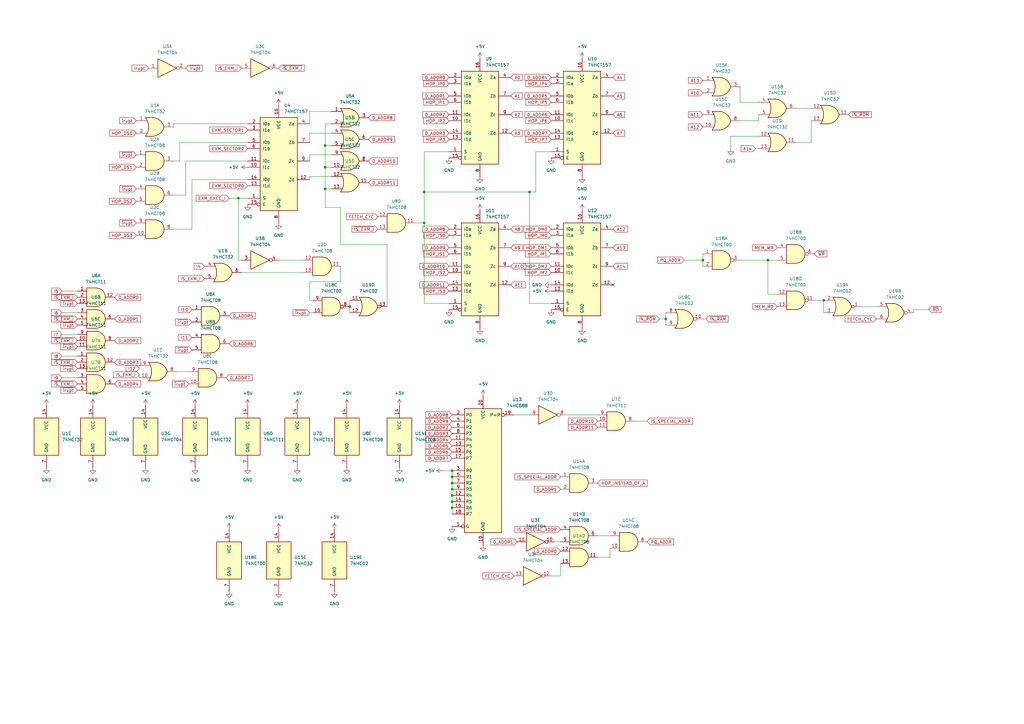
<source format=kicad_sch>
(kicad_sch (version 20250114) (generator "eeschema") (generator_version "9.0")
  (paper "A3")
  (junction (at 133.35 77.47))
  (junction (at 185.42 193.04))
  (junction (at 217.17 78.74))
  (junction (at 133.35 59.69))
  (junction (at 173.99 78.74))
  (junction (at 185.42 205.74))
  (junction (at 185.42 208.28))
  (junction (at 314.96 106.68))
  (junction (at 143.51 125.73))
  (junction (at 273.05 130.81))
  (junction (at 133.35 68.58))
  (junction (at 185.42 200.66))
  (junction (at 185.42 203.2))
  (junction (at 185.42 195.58))
  (junction (at 185.42 198.12))
  (junction (at 97.79 81.28))
  (junction (at 288.29 106.68))
  (junction (at 173.99 91.44))
  (junction (at 337.82 123.19))
  (no_connect (at 251.46 116.84))
  (wire (pts (xy 374.65 127) (xy 374.65 128.27)))
  (wire (pts (xy 299.72 55.88) (xy 311.15 55.88)))
  (wire (pts (xy 314.96 106.68) (xy 318.77 106.68)))
  (wire (pts (xy 227.33 222.25) (xy 229.87 222.25)))
  (wire (pts (xy 229.87 236.22) (xy 229.87 231.14)))
  (wire (pts (xy 185.42 200.66) (xy 185.42 203.2)))
  (wire (pts (xy 135.89 77.47) (xy 133.35 77.47)))
  (wire (pts (xy 299.72 60.96) (xy 299.72 55.88)))
  (wire (pts (xy 250.19 228.6) (xy 245.11 228.6)))
  (wire (pts (xy 273.05 128.27) (xy 273.05 130.81)))
  (wire (pts (xy 173.99 91.44) (xy 170.18 91.44)))
  (wire (pts (xy 135.89 50.8) (xy 133.35 50.8)))
  (wire (pts (xy 133.35 77.47) (xy 133.35 68.58)))
  (wire (pts (xy 127 45.72) (xy 127 50.8)))
  (wire (pts (xy 135.89 72.39) (xy 127 72.39)))
  (wire (pts (xy 219.71 62.23) (xy 219.71 78.74)))
  (wire (pts (xy 184.15 62.23) (xy 173.99 62.23)))
  (wire (pts (xy 326.39 44.45) (xy 332.74 44.45)))
  (wire (pts (xy 133.35 85.09) (xy 133.35 77.47)))
  (wire (pts (xy 311.15 49.53) (xy 311.15 46.99)))
  (wire (pts (xy 303.53 35.56) (xy 303.53 41.91)))
  (wire (pts (xy 303.53 49.53) (xy 311.15 49.53)))
  (wire (pts (xy 127 63.5) (xy 127 66.04)))
  (wire (pts (xy 76.2 80.01) (xy 71.12 80.01)))
  (wire (pts (xy 185.42 205.74) (xy 185.42 208.28)))
  (wire (pts (xy 232.41 170.18) (xy 245.11 170.18)))
  (wire (pts (xy 101.6 50.8) (xy 71.12 50.8)))
  (wire (pts (xy 173.99 62.23) (xy 173.99 78.74)))
  (wire (pts (xy 226.06 62.23) (xy 219.71 62.23)))
  (wire (pts (xy 288.29 106.68) (xy 280.67 106.68)))
  (wire (pts (xy 127 128.27) (xy 128.27 128.27)))
  (wire (pts (xy 303.53 41.91) (xy 311.15 41.91)))
  (wire (pts (xy 260.35 172.72) (xy 265.43 172.72)))
  (wire (pts (xy 332.74 49.53) (xy 332.74 58.42)))
  (wire (pts (xy 73.66 66.04) (xy 71.12 66.04)))
  (wire (pts (xy 71.12 50.8) (xy 71.12 52.07)))
  (wire (pts (xy 135.89 45.72) (xy 127 45.72)))
  (wire (pts (xy 217.17 78.74) (xy 219.71 78.74)))
  (wire (pts (xy 210.82 170.18) (xy 217.17 170.18)))
  (wire (pts (xy 185.42 203.2) (xy 185.42 205.74)))
  (wire (pts (xy 133.35 68.58) (xy 133.35 59.69)))
  (wire (pts (xy 25.4 137.16) (xy 31.75 137.16)))
  (wire (pts (xy 273.05 130.81) (xy 270.51 130.81)))
  (wire (pts (xy 99.06 111.76) (xy 124.46 111.76)))
  (wire (pts (xy 127 115.57) (xy 127 123.19)))
  (wire (pts (xy 78.74 93.98) (xy 71.12 93.98)))
  (wire (pts (xy 133.35 50.8) (xy 133.35 59.69)))
  (wire (pts (xy 73.66 58.42) (xy 73.66 66.04)))
  (wire (pts (xy 25.4 119.38) (xy 31.75 119.38)))
  (wire (pts (xy 133.35 59.69) (xy 135.89 59.69)))
  (wire (pts (xy 181.61 193.04) (xy 185.42 193.04)))
  (wire (pts (xy 139.7 100.33) (xy 139.7 85.09)))
  (wire (pts (xy 250.19 224.79) (xy 250.19 228.6)))
  (wire (pts (xy 288.29 106.68) (xy 288.29 109.22)))
  (wire (pts (xy 288.29 104.14) (xy 288.29 106.68)))
  (wire (pts (xy 185.42 193.04) (xy 185.42 195.58)))
  (wire (pts (xy 114.3 106.68) (xy 124.46 106.68)))
  (wire (pts (xy 337.82 123.19) (xy 337.82 128.27)))
  (wire (pts (xy 173.99 78.74) (xy 217.17 78.74)))
  (wire (pts (xy 318.77 120.65) (xy 314.96 120.65)))
  (wire (pts (xy 127 54.61) (xy 127 58.42)))
  (wire (pts (xy 334.01 123.19) (xy 337.82 123.19)))
  (wire (pts (xy 158.75 125.73) (xy 158.75 100.33)))
  (wire (pts (xy 139.7 85.09) (xy 133.35 85.09)))
  (wire (pts (xy 217.17 124.46) (xy 217.17 78.74)))
  (wire (pts (xy 139.7 109.22) (xy 139.7 115.57)))
  (wire (pts (xy 78.74 73.66) (xy 78.74 93.98)))
  (wire (pts (xy 139.7 115.57) (xy 127 115.57)))
  (wire (pts (xy 353.06 125.73) (xy 359.41 125.73)))
  (wire (pts (xy 99.06 106.68) (xy 97.79 106.68)))
  (wire (pts (xy 226.06 124.46) (xy 217.17 124.46)))
  (wire (pts (xy 93.98 81.28) (xy 97.79 81.28)))
  (wire (pts (xy 135.89 63.5) (xy 127 63.5)))
  (wire (pts (xy 185.42 208.28) (xy 185.42 210.82)))
  (wire (pts (xy 127 123.19) (xy 128.27 123.19)))
  (wire (pts (xy 76.2 66.04) (xy 76.2 80.01)))
  (wire (pts (xy 135.89 68.58) (xy 133.35 68.58)))
  (wire (pts (xy 185.42 198.12) (xy 185.42 200.66)))
  (wire (pts (xy 97.79 81.28) (xy 97.79 106.68)))
  (wire (pts (xy 101.6 66.04) (xy 76.2 66.04)))
  (wire (pts (xy 143.51 125.73) (xy 143.51 128.27)))
  (wire (pts (xy 72.39 152.4) (xy 77.47 152.4)))
  (wire (pts (xy 332.74 58.42) (xy 326.39 58.42)))
  (wire (pts (xy 184.15 124.46) (xy 173.99 124.46)))
  (wire (pts (xy 245.11 219.71) (xy 250.19 219.71)))
  (wire (pts (xy 127 72.39) (xy 127 73.66)))
  (wire (pts (xy 158.75 100.33) (xy 139.7 100.33)))
  (wire (pts (xy 273.05 130.81) (xy 273.05 133.35)))
  (wire (pts (xy 25.4 146.05) (xy 31.75 146.05)))
  (wire (pts (xy 143.51 123.19) (xy 143.51 125.73)))
  (wire (pts (xy 57.15 149.86) (xy 57.15 151.13)))
  (wire (pts (xy 303.53 106.68) (xy 314.96 106.68)))
  (wire (pts (xy 97.79 81.28) (xy 101.6 81.28)))
  (wire (pts (xy 314.96 120.65) (xy 314.96 106.68)))
  (wire (pts (xy 226.06 236.22) (xy 229.87 236.22)))
  (wire (pts (xy 101.6 73.66) (xy 78.74 73.66)))
  (wire (pts (xy 25.4 154.94) (xy 31.75 154.94)))
  (wire (pts (xy 381 127) (xy 374.65 127)))
  (wire (pts (xy 288.29 130.81) (xy 289.56 130.81)))
  (wire (pts (xy 135.89 54.61) (xy 127 54.61)))
  (wire (pts (xy 309.88 60.96) (xy 311.15 60.96)))
  (wire (pts (xy 173.99 124.46) (xy 173.99 91.44)))
  (wire (pts (xy 173.99 78.74) (xy 173.99 91.44)))
  (wire (pts (xy 25.4 128.27) (xy 31.75 128.27)))
  (wire (pts (xy 185.42 195.58) (xy 185.42 198.12)))
  (wire (pts (xy 57.15 153.67) (xy 57.15 154.94)))
  (wire (pts (xy 101.6 58.42) (xy 73.66 58.42)))
  (global_label "IS_EXM_I" (shape input) (at 83.82 114.3 180) (property "Intersheetrefs" "${INTERSHEET_REFS}" (effects (hide yes))))
  (global_label "A14" (shape input) (at 309.88 60.96 180) (property "Intersheetrefs" "${INTERSHEET_REFS}" (effects (hide yes))))
  (global_label "D_ADDR8" (shape input) (at 184.15 93.98 180) (property "Intersheetrefs" "${INTERSHEET_REFS}" (effects (hide yes))))
  (global_label "D_ADDR10" (shape input) (at 151.13 66.04 0) (property "Intersheetrefs" "${INTERSHEET_REFS}" (effects (hide yes))))
  (global_label "~{IS_EXM_I}" (shape input) (at 31.75 139.7 180) (property "Intersheetrefs" "${INTERSHEET_REFS}" (effects (hide yes))))
  (global_label "D_ADDR5" (shape input) (at 93.98 129.54 0) (property "Intersheetrefs" "${INTERSHEET_REFS}" (effects (hide yes))))
  (global_label "D_ADDR6" (shape input) (at 185.42 185.42 180) (property "Intersheetrefs" "${INTERSHEET_REFS}" (effects (hide yes))))
  (global_label "~{IN_ROM}" (shape input) (at 270.51 130.81 180) (property "Intersheetrefs" "${INTERSHEET_REFS}" (effects (hide yes))))
  (global_label "~{irupt}" (shape input) (at 127 128.27 180) (property "Intersheetrefs" "${INTERSHEET_REFS}" (effects (hide yes))))
  (global_label "A3" (shape input) (at 209.55 54.61 0) (property "Intersheetrefs" "${INTERSHEET_REFS}" (effects (hide yes))))
  (global_label "HOP_IP6" (shape input) (at 226.06 49.53 180) (property "Intersheetrefs" "${INTERSHEET_REFS}" (effects (hide yes))))
  (global_label "A4" (shape input) (at 251.46 31.75 0) (property "Intersheetrefs" "${INTERSHEET_REFS}" (effects (hide yes))))
  (global_label "HOP_IM2" (shape input) (at 226.06 111.76 180) (property "Intersheetrefs" "${INTERSHEET_REFS}" (effects (hide yes))))
  (global_label "I4" (shape input) (at 83.82 109.22 180) (property "Intersheetrefs" "${INTERSHEET_REFS}" (effects (hide yes))))
  (global_label "~{IN_RAM}" (shape input) (at 289.56 130.81 0) (property "Intersheetrefs" "${INTERSHEET_REFS}" (effects (hide yes))))
  (global_label "~{irupt}" (shape input) (at 31.75 142.24 180) (property "Intersheetrefs" "${INTERSHEET_REFS}" (effects (hide yes))))
  (global_label "D_ADDR5" (shape input) (at 185.42 182.88 180) (property "Intersheetrefs" "${INTERSHEET_REFS}" (effects (hide yes))))
  (global_label "PQ_ADDR" (shape input) (at 265.43 222.25 0) (property "Intersheetrefs" "${INTERSHEET_REFS}" (effects (hide yes))))
  (global_label "EXM_SECTOR1" (shape input) (at 101.6 53.34 180) (property "Intersheetrefs" "${INTERSHEET_REFS}" (effects (hide yes))))
  (global_label "IS_EXM_I" (shape input) (at 57.15 153.67 180) (property "Intersheetrefs" "${INTERSHEET_REFS}" (effects (hide yes))))
  (global_label "A13" (shape input) (at 251.46 101.6 0) (property "Intersheetrefs" "${INTERSHEET_REFS}" (effects (hide yes))))
  (global_label "A1" (shape input) (at 209.55 39.37 0) (property "Intersheetrefs" "${INTERSHEET_REFS}" (effects (hide yes))))
  (global_label "HOP_IP4" (shape input) (at 226.06 34.29 180) (property "Intersheetrefs" "${INTERSHEET_REFS}" (effects (hide yes))))
  (global_label "D_ADDR9" (shape input) (at 151.13 57.15 0) (property "Intersheetrefs" "${INTERSHEET_REFS}" (effects (hide yes))))
  (global_label "A0" (shape input) (at 209.55 31.75 0) (property "Intersheetrefs" "${INTERSHEET_REFS}" (effects (hide yes))))
  (global_label "D_ADDR2" (shape input) (at 46.99 139.7 0) (property "Intersheetrefs" "${INTERSHEET_REFS}" (effects (hide yes))))
  (global_label "D_ADDR3" (shape input) (at 184.15 54.61 180) (property "Intersheetrefs" "${INTERSHEET_REFS}" (effects (hide yes))))
  (global_label "irupt" (shape input) (at 60.96 27.94 180) (property "Intersheetrefs" "${INTERSHEET_REFS}" (effects (hide yes))))
  (global_label "HOP_IP0" (shape input) (at 184.15 34.29 180) (property "Intersheetrefs" "${INTERSHEET_REFS}" (effects (hide yes))))
  (global_label "D_ADDR10" (shape input) (at 245.11 172.72 180) (property "Intersheetrefs" "${INTERSHEET_REFS}" (effects (hide yes))))
  (global_label "I8" (shape input) (at 25.4 146.05 180) (property "Intersheetrefs" "${INTERSHEET_REFS}" (effects (hide yes))))
  (global_label "I6" (shape input) (at 25.4 128.27 180) (property "Intersheetrefs" "${INTERSHEET_REFS}" (effects (hide yes))))
  (global_label "D_ADDR9" (shape input) (at 185.42 172.72 180) (property "Intersheetrefs" "${INTERSHEET_REFS}" (effects (hide yes))))
  (global_label "HOP_IP5" (shape input) (at 226.06 41.91 180) (property "Intersheetrefs" "${INTERSHEET_REFS}" (effects (hide yes))))
  (global_label "~{irupt}" (shape input) (at 76.2 27.94 0) (property "Intersheetrefs" "${INTERSHEET_REFS}" (effects (hide yes))))
  (global_label "D_ADDR10" (shape input) (at 184.15 109.22 180) (property "Intersheetrefs" "${INTERSHEET_REFS}" (effects (hide yes))))
  (global_label "D_ADDR1" (shape input) (at 184.15 39.37 180) (property "Intersheetrefs" "${INTERSHEET_REFS}" (effects (hide yes))))
  (global_label "HOP_IP3" (shape input) (at 184.15 57.15 180) (property "Intersheetrefs" "${INTERSHEET_REFS}" (effects (hide yes))))
  (global_label "HOP_IM1" (shape input) (at 226.06 104.14 180) (property "Intersheetrefs" "${INTERSHEET_REFS}" (effects (hide yes))))
  (global_label "EXM_EXEC_I" (shape input) (at 93.98 81.28 180) (property "Intersheetrefs" "${INTERSHEET_REFS}" (effects (hide yes))))
  (global_label "A14" (shape input) (at 251.46 109.22 0) (property "Intersheetrefs" "${INTERSHEET_REFS}" (effects (hide yes))))
  (global_label "IS_EXM_I" (shape input) (at 99.06 27.94 180) (property "Intersheetrefs" "${INTERSHEET_REFS}" (effects (hide yes))))
  (global_label "D_ADDR4" (shape input) (at 185.42 180.34 180) (property "Intersheetrefs" "${INTERSHEET_REFS}" (effects (hide yes))))
  (global_label "D_ADDR0" (shape input) (at 229.87 226.06 180) (property "Intersheetrefs" "${INTERSHEET_REFS}" (effects (hide yes))))
  (global_label "HOP_IS0" (shape input) (at 184.15 96.52 180) (property "Intersheetrefs" "${INTERSHEET_REFS}" (effects (hide yes))))
  (global_label "~{irupt}" (shape input) (at 31.75 124.46 180) (property "Intersheetrefs" "${INTERSHEET_REFS}" (effects (hide yes))))
  (global_label "D_ADDR8" (shape input) (at 151.13 48.26 0) (property "Intersheetrefs" "${INTERSHEET_REFS}" (effects (hide yes))))
  (global_label "I5" (shape input) (at 25.4 119.38 180) (property "Intersheetrefs" "${INTERSHEET_REFS}" (effects (hide yes))))
  (global_label "~{IS_EXM_I}" (shape input) (at 114.3 27.94 0) (property "Intersheetrefs" "${INTERSHEET_REFS}" (effects (hide yes))))
  (global_label "D_ADDR1" (shape input) (at 212.09 222.25 180) (property "Intersheetrefs" "${INTERSHEET_REFS}" (effects (hide yes))))
  (global_label "D_ADDR9" (shape input) (at 184.15 101.6 180) (property "Intersheetrefs" "${INTERSHEET_REFS}" (effects (hide yes))))
  (global_label "~{IS_EXM_I}" (shape input) (at 31.75 148.59 180) (property "Intersheetrefs" "${INTERSHEET_REFS}" (effects (hide yes))))
  (global_label "A10" (shape input) (at 288.29 38.1 180) (property "Intersheetrefs" "${INTERSHEET_REFS}" (effects (hide yes))))
  (global_label "HOP_IS1" (shape input) (at 184.15 104.14 180) (property "Intersheetrefs" "${INTERSHEET_REFS}" (effects (hide yes))))
  (global_label "HOP_DS0" (shape input) (at 55.88 54.61 180) (property "Intersheetrefs" "${INTERSHEET_REFS}" (effects (hide yes))))
  (global_label "HOP_DS3" (shape input) (at 55.88 96.52 180) (property "Intersheetrefs" "${INTERSHEET_REFS}" (effects (hide yes))))
  (global_label "A9" (shape input) (at 209.55 101.6 0) (property "Intersheetrefs" "${INTERSHEET_REFS}" (effects (hide yes))))
  (global_label "A8" (shape input) (at 209.55 93.98 0) (property "Intersheetrefs" "${INTERSHEET_REFS}" (effects (hide yes))))
  (global_label "D_ADDR2" (shape input) (at 185.42 175.26 180) (property "Intersheetrefs" "${INTERSHEET_REFS}" (effects (hide yes))))
  (global_label "~{irupt}" (shape input) (at 55.88 91.44 180) (property "Intersheetrefs" "${INTERSHEET_REFS}" (effects (hide yes))))
  (global_label "HOP_DS2" (shape input) (at 55.88 82.55 180) (property "Intersheetrefs" "${INTERSHEET_REFS}" (effects (hide yes))))
  (global_label "HOP_IS3" (shape input) (at 184.15 119.38 180) (property "Intersheetrefs" "${INTERSHEET_REFS}" (effects (hide yes))))
  (global_label "D_ADDR6" (shape input) (at 93.98 140.97 0) (property "Intersheetrefs" "${INTERSHEET_REFS}" (effects (hide yes))))
  (global_label "I12" (shape input) (at 57.15 151.13 180) (property "Intersheetrefs" "${INTERSHEET_REFS}" (effects (hide yes))))
  (global_label "irupt" (shape input) (at 55.88 49.53 180) (property "Intersheetrefs" "${INTERSHEET_REFS}" (effects (hide yes))))
  (global_label "D_ADDR3" (shape input) (at 185.42 177.8 180) (property "Intersheetrefs" "${INTERSHEET_REFS}" (effects (hide yes))))
  (global_label "D_ADDR6" (shape input) (at 226.06 46.99 180) (property "Intersheetrefs" "${INTERSHEET_REFS}" (effects (hide yes))))
  (global_label "EXM_SECTOR0" (shape input) (at 101.6 76.2 180) (property "Intersheetrefs" "${INTERSHEET_REFS}" (effects (hide yes))))
  (global_label "D_ADDR11" (shape input) (at 184.15 116.84 180) (property "Intersheetrefs" "${INTERSHEET_REFS}" (effects (hide yes))))
  (global_label "FETCH_CYC" (shape input) (at 359.41 130.81 180) (property "Intersheetrefs" "${INTERSHEET_REFS}" (effects (hide yes))))
  (global_label "~{WR}" (shape input) (at 334.01 104.14 0) (property "Intersheetrefs" "${INTERSHEET_REFS}" (effects (hide yes))))
  (global_label "~{irupt}" (shape input) (at 78.74 143.51 180) (property "Intersheetrefs" "${INTERSHEET_REFS}" (effects (hide yes))))
  (global_label "HOP_DM2" (shape input) (at 226.06 109.22 180) (property "Intersheetrefs" "${INTERSHEET_REFS}" (effects (hide yes))))
  (global_label "HOP_INSTEAD_OF_A" (shape input) (at 245.11 198.12 0) (property "Intersheetrefs" "${INTERSHEET_REFS}" (effects (hide yes))))
  (global_label "D_ADDR1" (shape input) (at 46.99 130.81 0) (property "Intersheetrefs" "${INTERSHEET_REFS}" (effects (hide yes))))
  (global_label "HOP_IP7" (shape input) (at 226.06 57.15 180) (property "Intersheetrefs" "${INTERSHEET_REFS}" (effects (hide yes))))
  (global_label "IS_SPECIAL_ADDR" (shape input) (at 229.87 217.17 180) (property "Intersheetrefs" "${INTERSHEET_REFS}" (effects (hide yes))))
  (global_label "I10" (shape input) (at 78.74 127 180) (property "Intersheetrefs" "${INTERSHEET_REFS}" (effects (hide yes))))
  (global_label "~{irupt}" (shape input) (at 77.47 157.48 180) (property "Intersheetrefs" "${INTERSHEET_REFS}" (effects (hide yes))))
  (global_label "~{IS_EXM_I}" (shape input) (at 31.75 121.92 180) (property "Intersheetrefs" "${INTERSHEET_REFS}" (effects (hide yes))))
  (global_label "A11" (shape input) (at 288.29 46.99 180) (property "Intersheetrefs" "${INTERSHEET_REFS}" (effects (hide yes))))
  (global_label "A5" (shape input) (at 251.46 39.37 0) (property "Intersheetrefs" "${INTERSHEET_REFS}" (effects (hide yes))))
  (global_label "~{irupt}" (shape input) (at 78.74 132.08 180) (property "Intersheetrefs" "${INTERSHEET_REFS}" (effects (hide yes))))
  (global_label "~{IN_ROM}" (shape input) (at 347.98 46.99 0) (property "Intersheetrefs" "${INTERSHEET_REFS}" (effects (hide yes))))
  (global_label "MEM_WR" (shape input) (at 318.77 101.6 180) (property "Intersheetrefs" "${INTERSHEET_REFS}" (effects (hide yes))))
  (global_label "I11" (shape input) (at 78.74 138.43 180) (property "Intersheetrefs" "${INTERSHEET_REFS}" (effects (hide yes))))
  (global_label "MEM_RD" (shape input) (at 318.77 125.73 180) (property "Intersheetrefs" "${INTERSHEET_REFS}" (effects (hide yes))))
  (global_label "A12" (shape input) (at 251.46 93.98 0) (property "Intersheetrefs" "${INTERSHEET_REFS}" (effects (hide yes))))
  (global_label "D_ADDR8" (shape input) (at 185.42 170.18 180) (property "Intersheetrefs" "${INTERSHEET_REFS}" (effects (hide yes))))
  (global_label "A13" (shape input) (at 288.29 33.02 180) (property "Intersheetrefs" "${INTERSHEET_REFS}" (effects (hide yes))))
  (global_label "A7" (shape input) (at 251.46 54.61 0) (property "Intersheetrefs" "${INTERSHEET_REFS}" (effects (hide yes))))
  (global_label "A12" (shape input) (at 288.29 52.07 180) (property "Intersheetrefs" "${INTERSHEET_REFS}" (effects (hide yes))))
  (global_label "A6" (shape input) (at 251.46 46.99 0) (property "Intersheetrefs" "${INTERSHEET_REFS}" (effects (hide yes))))
  (global_label "FETCH_CYC" (shape input) (at 154.94 88.9 180) (property "Intersheetrefs" "${INTERSHEET_REFS}" (effects (hide yes))))
  (global_label "~{irupt}" (shape input) (at 55.88 77.47 180) (property "Intersheetrefs" "${INTERSHEET_REFS}" (effects (hide yes))))
  (global_label "D_ADDR7" (shape input) (at 185.42 187.96 180) (property "Intersheetrefs" "${INTERSHEET_REFS}" (effects (hide yes))))
  (global_label "EXM_SECTOR2" (shape input) (at 101.6 60.96 180) (property "Intersheetrefs" "${INTERSHEET_REFS}" (effects (hide yes))))
  (global_label "A2" (shape input) (at 209.55 46.99 0) (property "Intersheetrefs" "${INTERSHEET_REFS}" (effects (hide yes))))
  (global_label "D_ADDR4" (shape input) (at 226.06 31.75 180) (property "Intersheetrefs" "${INTERSHEET_REFS}" (effects (hide yes))))
  (global_label "I7" (shape input) (at 25.4 137.16 180) (property "Intersheetrefs" "${INTERSHEET_REFS}" (effects (hide yes))))
  (global_label "FETCH_CYC" (shape input) (at 210.82 236.22 180) (property "Intersheetrefs" "${INTERSHEET_REFS}" (effects (hide yes))))
  (global_label "~{irupt}" (shape input) (at 31.75 160.02 180) (property "Intersheetrefs" "${INTERSHEET_REFS}" (effects (hide yes))))
  (global_label "~{IS_EXM_I}" (shape input) (at 31.75 157.48 180) (property "Intersheetrefs" "${INTERSHEET_REFS}" (effects (hide yes))))
  (global_label "D_ADDR7" (shape input) (at 226.06 54.61 180) (property "Intersheetrefs" "${INTERSHEET_REFS}" (effects (hide yes))))
  (global_label "HOP_IP1" (shape input) (at 184.15 41.91 180) (property "Intersheetrefs" "${INTERSHEET_REFS}" (effects (hide yes))))
  (global_label "D_ADDR7" (shape input) (at 92.71 154.94 0) (property "Intersheetrefs" "${INTERSHEET_REFS}" (effects (hide yes))))
  (global_label "HOP_DS1" (shape input) (at 55.88 68.58 180) (property "Intersheetrefs" "${INTERSHEET_REFS}" (effects (hide yes))))
  (global_label "D_ADDR4" (shape input) (at 46.99 157.48 0) (property "Intersheetrefs" "${INTERSHEET_REFS}" (effects (hide yes))))
  (global_label "~{IS_EXM_I}" (shape input) (at 154.94 93.98 180) (property "Intersheetrefs" "${INTERSHEET_REFS}" (effects (hide yes))))
  (global_label "PQ_ADDR" (shape input) (at 280.67 106.68 180) (property "Intersheetrefs" "${INTERSHEET_REFS}" (effects (hide yes))))
  (global_label "D_ADDR11" (shape input) (at 151.13 74.93 0) (property "Intersheetrefs" "${INTERSHEET_REFS}" (effects (hide yes))))
  (global_label "D_ADDR3" (shape input) (at 46.99 148.59 0) (property "Intersheetrefs" "${INTERSHEET_REFS}" (effects (hide yes))))
  (global_label "D_ADDR2" (shape input) (at 184.15 46.99 180) (property "Intersheetrefs" "${INTERSHEET_REFS}" (effects (hide yes))))
  (global_label "HOP_IP2" (shape input) (at 184.15 49.53 180) (property "Intersheetrefs" "${INTERSHEET_REFS}" (effects (hide yes))))
  (global_label "HOP_DM0" (shape input) (at 226.06 93.98 180) (property "Intersheetrefs" "${INTERSHEET_REFS}" (effects (hide yes))))
  (global_label "IS_SPECIAL_ADDR" (shape input) (at 265.43 172.72 0) (property "Intersheetrefs" "${INTERSHEET_REFS}" (effects (hide yes))))
  (global_label "~{irupt}" (shape input) (at 31.75 133.35 180) (property "Intersheetrefs" "${INTERSHEET_REFS}" (effects (hide yes))))
  (global_label "HOP_DM1" (shape input) (at 226.06 101.6 180) (property "Intersheetrefs" "${INTERSHEET_REFS}" (effects (hide yes))))
  (global_label "I9" (shape input) (at 25.4 154.94 180) (property "Intersheetrefs" "${INTERSHEET_REFS}" (effects (hide yes))))
  (global_label "IS_SPECIAL_ADDR" (shape input) (at 229.87 195.58 180) (property "Intersheetrefs" "${INTERSHEET_REFS}" (effects (hide yes))))
  (global_label "~{irupt}" (shape input) (at 31.75 151.13 180) (property "Intersheetrefs" "${INTERSHEET_REFS}" (effects (hide yes))))
  (global_label "A11" (shape input) (at 209.55 116.84 0) (property "Intersheetrefs" "${INTERSHEET_REFS}" (effects (hide yes))))
  (global_label "HOP_IS2" (shape input) (at 184.15 111.76 180) (property "Intersheetrefs" "${INTERSHEET_REFS}" (effects (hide yes))))
  (global_label "~{irupt}" (shape input) (at 55.88 63.5 180) (property "Intersheetrefs" "${INTERSHEET_REFS}" (effects (hide yes))))
  (global_label "D_ADDR11" (shape input) (at 245.11 175.26 180) (property "Intersheetrefs" "${INTERSHEET_REFS}" (effects (hide yes))))
  (global_label "~{RD}" (shape input) (at 381 127 0) (property "Intersheetrefs" "${INTERSHEET_REFS}" (effects (hide yes))))
  (global_label "~{IS_EXM_I}" (shape input) (at 31.75 130.81 180) (property "Intersheetrefs" "${INTERSHEET_REFS}" (effects (hide yes))))
  (global_label "HOP_IM0" (shape input) (at 226.06 96.52 180) (property "Intersheetrefs" "${INTERSHEET_REFS}" (effects (hide yes))))
  (global_label "A10" (shape input) (at 209.55 109.22 0) (property "Intersheetrefs" "${INTERSHEET_REFS}" (effects (hide yes))))
  (global_label "D_ADDR5" (shape input) (at 226.06 39.37 180) (property "Intersheetrefs" "${INTERSHEET_REFS}" (effects (hide yes))))
  (global_label "D_ADDR0" (shape input) (at 46.99 121.92 0) (property "Intersheetrefs" "${INTERSHEET_REFS}" (effects (hide yes))))
  (global_label "D_ADDR1" (shape input) (at 229.87 200.66 180) (property "Intersheetrefs" "${INTERSHEET_REFS}" (effects (hide yes))))
  (global_label "D_ADDR0" (shape input) (at 184.15 31.75 180) (property "Intersheetrefs" "${INTERSHEET_REFS}" (effects (hide yes))))
  (symbol (lib_id "74xx:74LS32") (at 143.51 57.15 0) (unit 2)
    (property "Reference" "U5" (at 143.51 48.26 0))
    (property "Value" "74HCT32" (at 143.51 50.8 0))
    (property "Footprint" "Package_SO:SO-14_3.9x8.65mm_P1.27mm" (effects (hide yes)))
    (property "Datasheet" "http://www.ti.com/lit/gpn/sn74LS32" (effects (hide yes)))
    (property "Description" "Quad 2-input OR" (effects (hide yes)))
    (property "VerilogCode" "ttl_74hct32 U5(_1, _2, _3, _4, _5, _6, _9, _10, _8, _12, _13, _11);" (effects (hide yes)))
  )
  (symbol (lib_id "power:+5V") (at 163.83 166.37 0) (unit 1)
    (property "Reference" "#PWR042" (effects (hide yes)))
    (property "Value" "+5V" (at 163.83 161.29 0))
    (property "Description" "Power symbol creates a global label with name \"+5V\"" (effects (hide yes)))
  )
  (symbol (lib_id "power:+5V") (at 38.1 166.37 0) (unit 1)
    (property "Reference" "#PWR07" (effects (hide yes)))
    (property "Value" "+5V" (at 38.1 161.29 0))
    (property "Description" "Power symbol creates a global label with name \"+5V\"" (effects (hide yes)))
  )
  (symbol (lib_id "power:GND") (at 226.06 64.77 0) (unit 1)
    (property "Reference" "#PWR027" (effects (hide yes)))
    (property "Value" "GND" (at 226.06 69.85 0))
    (property "Description" "Power symbol creates a global label with name \"GND\" , ground" (effects (hide yes)))
  )
  (symbol (lib_id "74xx:74LS32") (at 64.77 152.4 0) (unit 3)
    (property "Reference" "U1" (at 64.77 143.51 0))
    (property "Value" "74HCT32" (at 64.77 146.05 0))
    (property "Footprint" "Package_SO:SO-14_3.9x8.65mm_P1.27mm" (effects (hide yes)))
    (property "Datasheet" "http://www.ti.com/lit/gpn/sn74LS32" (effects (hide yes)))
    (property "Description" "Quad 2-input OR" (effects (hide yes)))
    (property "VerilogCode" "ttl_74hct32 U1(_1, _2, _3, _4, _5, _6, _9, _10, _8, _12, _13, _11);" (effects (hide yes)))
  )
  (symbol (lib_id "power:GND") (at 137.16 242.57 0) (unit 1)
    (property "Reference" "#PWR056" (effects (hide yes)))
    (property "Value" "GND" (at 137.16 247.65 0))
    (property "Description" "Power symbol creates a global label with name \"GND\" , ground" (effects (hide yes)))
  )
  (symbol (lib_id "power:+5V") (at 80.01 166.37 0) (unit 1)
    (property "Reference" "#PWR016" (effects (hide yes)))
    (property "Value" "+5V" (at 80.01 161.29 0))
    (property "Description" "Power symbol creates a global label with name \"+5V\"" (effects (hide yes)))
  )
  (symbol (lib_id "power:GND") (at 114.3 91.44 0) (unit 1)
    (property "Reference" "#PWR013" (effects (hide yes)))
    (property "Value" "GND" (at 114.3 96.52 0))
    (property "Description" "Power symbol creates a global label with name \"GND\" , ground" (effects (hide yes)))
  )
  (symbol (lib_id "74xx:74HC00") (at 326.39 123.19 0) (unit 4)
    (property "Reference" "U18" (at 326.3817 114.3 0))
    (property "Value" "74HCT00" (at 326.3817 116.84 0))
    (property "Footprint" "Package_SO:SO-14_3.9x8.65mm_P1.27mm" (effects (hide yes)))
    (property "Datasheet" "http://www.ti.com/lit/gpn/sn74hc00" (effects (hide yes)))
    (property "Description" "quad 2-input NAND gate" (effects (hide yes)))
    (property "VerilogCode" "ttl_74hct00 U18(_1, _2, _3, _4, _5, _6, _9, _10, _8, _12, _13, _11);" (effects (hide yes)))
  )
  (symbol (lib_id "74xx:74LS157") (at 114.3 66.04 0) (unit 1)
    (property "Reference" "U4" (at 116.4941 43.18 0) (effects (justify left)))
    (property "Value" "74HCT157" (at 116.4941 45.72 0) (effects (justify left)))
    (property "Footprint" "Package_SO:SO-16_3.9x9.9mm_P1.27mm" (effects (hide yes)))
    (property "Datasheet" "http://www.ti.com/lit/gpn/sn74LS157" (effects (hide yes)))
    (property "Description" "Quad 2 to 1 line Multiplexer" (effects (hide yes)))
    (property "VerilogCode" "ttl_74hct157 U4({I1d, I0d}, {I1c, I0c}, {I1b, I0b}, {I1a, I0a}, S, E, {Zd, Zc, Zb, Za});" (effects (hide yes)))
  )
  (symbol (lib_id "power:GND") (at 238.76 134.62 0) (unit 1)
    (property "Reference" "#PWR035" (effects (hide yes)))
    (property "Value" "GND" (at 238.76 139.7 0))
    (property "Description" "Power symbol creates a global label with name \"GND\" , ground" (effects (hide yes)))
  )
  (symbol (lib_id "power:+5V") (at 59.69 166.37 0) (unit 1)
    (property "Reference" "#PWR010" (effects (hide yes)))
    (property "Value" "+5V" (at 59.69 161.29 0))
    (property "Description" "Power symbol creates a global label with name \"+5V\"" (effects (hide yes)))
  )
  (symbol (lib_id "power:+5V") (at 196.85 86.36 0) (unit 1)
    (property "Reference" "#PWR031" (effects (hide yes)))
    (property "Value" "+5V" (at 196.85 81.28 0))
    (property "Description" "Power symbol creates a global label with name \"+5V\"" (effects (hide yes)))
  )
  (symbol (lib_id "power:GND") (at 196.85 72.39 0) (unit 1)
    (property "Reference" "#PWR025" (effects (hide yes)))
    (property "Value" "GND" (at 196.85 77.47 0))
    (property "Description" "Power symbol creates a global label with name \"GND\" , ground" (effects (hide yes)))
  )
  (symbol (lib_id "74xx:74HC02") (at 367.03 128.27 0) (unit 2)
    (property "Reference" "U19" (at 367.03 119.38 0))
    (property "Value" "74HC02" (at 367.03 121.92 0))
    (property "Footprint" "Package_SO:SO-14_3.9x8.65mm_P1.27mm" (effects (hide yes)))
    (property "Datasheet" "http://www.ti.com/lit/gpn/sn74hc02" (effects (hide yes)))
    (property "Description" "quad 2-input NOR gate" (effects (hide yes)))
    (property "VerilogCode" "ttl_74hct02 U19(_1, _2, _3, _4, _5, _6, _9, _10, _8, _12, _13, _11);" (effects (hide yes)))
  )
  (symbol (lib_id "74xx:74LS157") (at 238.76 46.99 0) (unit 1)
    (property "Reference" "U10" (at 240.9541 24.13 0) (effects (justify left)))
    (property "Value" "74HCT157" (at 240.9541 26.67 0) (effects (justify left)))
    (property "Footprint" "Package_SO:SO-16_3.9x9.9mm_P1.27mm" (effects (hide yes)))
    (property "Datasheet" "http://www.ti.com/lit/gpn/sn74LS157" (effects (hide yes)))
    (property "Description" "Quad 2 to 1 line Multiplexer" (effects (hide yes)))
    (property "VerilogCode" "ttl_74hct157 U10({I1d, I0d}, {I1c, I0c}, {I1b, I0b}, {I1a, I0a}, S, E, {Zd, Zc, Zb, Za});" (effects (hide yes)))
  )
  (symbol (lib_id "74xx:74LS32") (at 340.36 46.99 0) (unit 4)
    (property "Reference" "U15" (at 340.36 38.1 0))
    (property "Value" "74HC32" (at 340.36 40.64 0))
    (property "Footprint" "Package_SO:SO-14_3.9x8.65mm_P1.27mm" (effects (hide yes)))
    (property "Datasheet" "http://www.ti.com/lit/gpn/sn74LS32" (effects (hide yes)))
    (property "Description" "Quad 2-input OR" (effects (hide yes)))
    (property "VerilogCode" "ttl_74hct32 U15(_1, _2, _3, _4, _5, _6, _9, _10, _8, _12, _13, _11);" (effects (hide yes)))
  )
  (symbol (lib_id "power:GND") (at 93.98 242.57 0) (unit 1)
    (property "Reference" "#PWR054" (effects (hide yes)))
    (property "Value" "GND" (at 93.98 247.65 0))
    (property "Description" "Power symbol creates a global label with name \"GND\" , ground" (effects (hide yes)))
  )
  (symbol (lib_id "74xx:74LS32") (at 295.91 35.56 0) (unit 1)
    (property "Reference" "U15" (at 295.91 26.67 0))
    (property "Value" "74HC32" (at 295.91 29.21 0))
    (property "Footprint" "Package_SO:SO-14_3.9x8.65mm_P1.27mm" (effects (hide yes)))
    (property "Datasheet" "http://www.ti.com/lit/gpn/sn74LS32" (effects (hide yes)))
    (property "Description" "Quad 2-input OR" (effects (hide yes)))
    (property "VerilogCode" "ttl_74hct32 U15(_1, _2, _3, _4, _5, _6, _9, _10, _8, _12, _13, _11);" (effects (hide yes)))
  )
  (symbol (lib_id "power:GND") (at 198.12 223.52 0) (unit 1)
    (property "Reference" "#PWR039" (effects (hide yes)))
    (property "Value" "GND" (at 198.12 228.6 0))
    (property "Description" "Power symbol creates a global label with name \"GND\" , ground" (effects (hide yes)))
  )
  (symbol (lib_id "power:+5V") (at 226.06 119.38 90) (unit 1)
    (property "Reference" "#PWR037" (effects (hide yes)))
    (property "Value" "+5V" (at 222.25 119.3799 90) (effects (justify left)))
    (property "Description" "Power symbol creates a global label with name \"+5V\"" (effects (hide yes)))
  )
  (symbol (lib_id "74xx:74LS32") (at 63.5 52.07 0) (unit 1)
    (property "Reference" "U1" (at 63.5 43.18 0))
    (property "Value" "74HCT32" (at 63.5 45.72 0))
    (property "Footprint" "Package_SO:SO-14_3.9x8.65mm_P1.27mm" (effects (hide yes)))
    (property "Datasheet" "http://www.ti.com/lit/gpn/sn74LS32" (effects (hide yes)))
    (property "Description" "Quad 2-input OR" (effects (hide yes)))
    (property "VerilogCode" "ttl_74hct32 U1(_1, _2, _3, _4, _5, _6, _9, _10, _8, _12, _13, _11);" (effects (hide yes)))
  )
  (symbol (lib_id "power:+5V") (at 238.76 24.13 0) (unit 1)
    (property "Reference" "#PWR028" (effects (hide yes)))
    (property "Value" "+5V" (at 238.76 19.05 0))
    (property "Description" "Power symbol creates a global label with name \"+5V\"" (effects (hide yes)))
  )
  (symbol (lib_id "74xx:74HC04") (at 106.68 106.68 0) (unit 2)
    (property "Reference" "U3" (at 106.68 97.79 0))
    (property "Value" "74HCT04" (at 106.68 100.33 0))
    (property "Footprint" "Package_SO:SO-14_3.9x8.65mm_P1.27mm" (effects (hide yes)))
    (property "Datasheet" "https://assets.nexperia.com/documents/data-sheet/74HC_HCT04.pdf" (effects (hide yes)))
    (property "Description" "Hex Inverter" (effects (hide yes)))
    (property "VerilogCode" "ttl_74hct04 U3({_1, _3, _5, _9, _11, _13}, {_2, _4, _6, _8, _10, _12});" (effects (hide yes)))
  )
  (symbol (lib_id "power:+5V") (at 114.3 43.18 0) (unit 1)
    (property "Reference" "#PWR012" (effects (hide yes)))
    (property "Value" "+5V" (at 114.3 38.1 0))
    (property "Description" "Power symbol creates a global label with name \"+5V\"" (effects (hide yes)))
  )
  (symbol (lib_id "power:GND") (at 101.6 191.77 0) (unit 1)
    (property "Reference" "#PWR019" (effects (hide yes)))
    (property "Value" "GND" (at 101.6 196.85 0))
    (property "Description" "Power symbol creates a global label with name \"GND\" , ground" (effects (hide yes)))
  )
  (symbol (lib_id "power:+5V") (at 19.05 166.37 0) (unit 1)
    (property "Reference" "#PWR06" (effects (hide yes)))
    (property "Value" "+5V" (at 19.05 161.29 0))
    (property "Description" "Power symbol creates a global label with name \"+5V\"" (effects (hide yes)))
  )
  (symbol (lib_id "74xx:74HC04") (at 224.79 170.18 0) (unit 4)
    (property "Reference" "U3" (at 224.79 161.29 0))
    (property "Value" "74HCT04" (at 224.79 163.83 0))
    (property "Footprint" "Package_SO:SO-14_3.9x8.65mm_P1.27mm" (effects (hide yes)))
    (property "Datasheet" "https://assets.nexperia.com/documents/data-sheet/74HC_HCT04.pdf" (effects (hide yes)))
    (property "Description" "Hex Inverter" (effects (hide yes)))
    (property "VerilogCode" "ttl_74hct04 U3({_1, _3, _5, _9, _11, _13}, {_2, _4, _6, _8, _10, _12});" (effects (hide yes)))
  )
  (symbol (lib_id "74xx:74LS08") (at 86.36 140.97 0) (unit 2)
    (property "Reference" "U8" (at 86.3517 132.08 0))
    (property "Value" "74HCT08" (at 86.3517 134.62 0))
    (property "Footprint" "Package_SO:SO-14_3.9x8.65mm_P1.27mm" (effects (hide yes)))
    (property "Datasheet" "http://www.ti.com/lit/gpn/sn74LS08" (effects (hide yes)))
    (property "Description" "Quad And2" (effects (hide yes)))
    (property "VerilogCode" "ttl_74hct08 U8(_1, _2, _3, _4, _5, _6, _9, _10, _8, _12, _13, _11);" (effects (hide yes)))
  )
  (symbol (lib_id "74xx:74LS11") (at 252.73 172.72 0) (unit 3)
    (property "Reference" "U7" (at 252.7217 163.83 0))
    (property "Value" "74HCT11" (at 252.7217 166.37 0))
    (property "Footprint" "Package_SO:SO-14_3.9x8.65mm_P1.27mm" (effects (hide yes)))
    (property "Datasheet" "http://www.ti.com/lit/gpn/sn74LS11" (effects (hide yes)))
    (property "Description" "Triple 3-input AND" (effects (hide yes)))
    (property "VerilogCode" "ttl_74hct11 U7(_1, _2, _13, _12, _3, _4, _5, _6, _9, _10, _11, _8);" (effects (hide yes)))
  )
  (symbol (lib_id "power:GND") (at 299.72 60.96 0) (unit 1)
    (property "Reference" "#PWR046" (effects (hide yes)))
    (property "Value" "GND" (at 299.72 66.04 0))
    (property "Description" "Power symbol creates a global label with name \"GND\" , ground" (effects (hide yes)))
  )
  (symbol (lib_id "74xx:74HC02") (at 151.13 125.73 0) (unit 4)
    (property "Reference" "U19" (at 151.13 116.84 0))
    (property "Value" "74HC02" (at 151.13 119.38 0))
    (property "Footprint" "Package_SO:SO-14_3.9x8.65mm_P1.27mm" (effects (hide yes)))
    (property "Datasheet" "http://www.ti.com/lit/gpn/sn74hc02" (effects (hide yes)))
    (property "Description" "quad 2-input NOR gate" (effects (hide yes)))
    (property "VerilogCode" "ttl_74hct02 U19(_1, _2, _3, _4, _5, _6, _9, _10, _8, _12, _13, _11);" (effects (hide yes)))
  )
  (symbol (lib_id "74xx:74HC04") (at 219.71 222.25 0) (unit 5)
    (property "Reference" "U3" (at 219.71 213.36 0))
    (property "Value" "74HCT04" (at 219.71 215.9 0))
    (property "Footprint" "Package_SO:SO-14_3.9x8.65mm_P1.27mm" (effects (hide yes)))
    (property "Datasheet" "https://assets.nexperia.com/documents/data-sheet/74HC_HCT04.pdf" (effects (hide yes)))
    (property "Description" "Hex Inverter" (effects (hide yes)))
    (property "VerilogCode" "ttl_74hct04 U3({_1, _3, _5, _9, _11, _13}, {_2, _4, _6, _8, _10, _12});" (effects (hide yes)))
  )
  (symbol (lib_id "74xx:74HC04") (at 218.44 236.22 0) (unit 6)
    (property "Reference" "U3" (at 218.44 227.33 0))
    (property "Value" "74HCT04" (at 218.44 229.87 0))
    (property "Footprint" "Package_SO:SO-14_3.9x8.65mm_P1.27mm" (effects (hide yes)))
    (property "Datasheet" "https://assets.nexperia.com/documents/data-sheet/74HC_HCT04.pdf" (effects (hide yes)))
    (property "Description" "Hex Inverter" (effects (hide yes)))
    (property "VerilogCode" "ttl_74hct04 U3({_1, _3, _5, _9, _11, _13}, {_2, _4, _6, _8, _10, _12});" (effects (hide yes)))
  )
  (symbol (lib_id "power:GND") (at 226.06 116.84 270) (unit 1)
    (property "Reference" "#PWR036" (effects (hide yes)))
    (property "Value" "GND" (at 222.25 116.8399 90) (effects (justify right)))
    (property "Description" "Power symbol creates a global label with name \"GND\" , ground" (effects (hide yes)))
  )
  (symbol (lib_id "74xx:74LS11") (at 39.37 148.59 0) (unit 1)
    (property "Reference" "U7" (at 39.3617 139.7 0))
    (property "Value" "74HCT11" (at 39.3617 142.24 0))
    (property "Footprint" "Package_SO:SO-14_3.9x8.65mm_P1.27mm" (effects (hide yes)))
    (property "Datasheet" "http://www.ti.com/lit/gpn/sn74LS11" (effects (hide yes)))
    (property "Description" "Triple 3-input AND" (effects (hide yes)))
    (property "VerilogCode" "ttl_74hct11 U7(_1, _2, _13, _12, _3, _4, _5, _6, _9, _10, _11, _8);" (effects (hide yes)))
  )
  (symbol (lib_id "74xx:74HC04") (at 106.68 27.94 0) (unit 3)
    (property "Reference" "U3" (at 106.68 19.05 0))
    (property "Value" "74HCT04" (at 106.68 21.59 0))
    (property "Footprint" "Package_SO:SO-14_3.9x8.65mm_P1.27mm" (effects (hide yes)))
    (property "Datasheet" "https://assets.nexperia.com/documents/data-sheet/74HC_HCT04.pdf" (effects (hide yes)))
    (property "Description" "Hex Inverter" (effects (hide yes)))
    (property "VerilogCode" "ttl_74hct04 U3({_1, _3, _5, _9, _11, _13}, {_2, _4, _6, _8, _10, _12});" (effects (hide yes)))
  )
  (symbol (lib_id "74xx:74LS157") (at 238.76 109.22 0) (unit 1)
    (property "Reference" "U12" (at 240.9541 86.36 0) (effects (justify left)))
    (property "Value" "74HCT157" (at 240.9541 88.9 0) (effects (justify left)))
    (property "Footprint" "Package_SO:SO-16_3.9x9.9mm_P1.27mm" (effects (hide yes)))
    (property "Datasheet" "http://www.ti.com/lit/gpn/sn74LS157" (effects (hide yes)))
    (property "Description" "Quad 2 to 1 line Multiplexer" (effects (hide yes)))
    (property "VerilogCode" "ttl_74hct157 U12({I1d, I0d}, {I1c, I0c}, {I1b, I0b}, {I1a, I0a}, S, E, {Zd, Zc, Zb, Za});" (effects (hide yes)))
  )
  (symbol (lib_id "power:GND") (at 184.15 127 0) (unit 1)
    (property "Reference" "#PWR030" (effects (hide yes)))
    (property "Value" "GND" (at 184.15 132.08 0))
    (property "Description" "Power symbol creates a global label with name \"GND\" , ground" (effects (hide yes)))
  )
  (symbol (lib_id "74xx:74HC02") (at 345.44 125.73 0) (unit 1)
    (property "Reference" "U19" (at 345.44 116.84 0))
    (property "Value" "74HC02" (at 345.44 119.38 0))
    (property "Footprint" "Package_SO:SO-14_3.9x8.65mm_P1.27mm" (effects (hide yes)))
    (property "Datasheet" "http://www.ti.com/lit/gpn/sn74hc02" (effects (hide yes)))
    (property "Description" "quad 2-input NOR gate" (effects (hide yes)))
    (property "VerilogCode" "ttl_74hct02 U19(_1, _2, _3, _4, _5, _6, _9, _10, _8, _12, _13, _11);" (effects (hide yes)))
  )
  (symbol (lib_id "power:+5V") (at 101.6 166.37 0) (unit 1)
    (property "Reference" "#PWR018" (effects (hide yes)))
    (property "Value" "+5V" (at 101.6 161.29 0))
    (property "Description" "Power symbol creates a global label with name \"+5V\"" (effects (hide yes)))
  )
  (symbol (lib_id "74xx:74HC00") (at 326.39 104.14 0) (unit 2)
    (property "Reference" "U18" (at 326.3817 95.25 0))
    (property "Value" "74HCT00" (at 326.3817 97.79 0))
    (property "Footprint" "Package_SO:SO-14_3.9x8.65mm_P1.27mm" (effects (hide yes)))
    (property "Datasheet" "http://www.ti.com/lit/gpn/sn74hc00" (effects (hide yes)))
    (property "Description" "quad 2-input NAND gate" (effects (hide yes)))
    (property "VerilogCode" "ttl_74hct00 U18(_1, _2, _3, _4, _5, _6, _9, _10, _8, _12, _13, _11);" (effects (hide yes)))
  )
  (symbol (lib_id "74xx:74LS32") (at 91.44 111.76 0) (unit 2)
    (property "Reference" "U1" (at 91.44 102.87 0))
    (property "Value" "74HCT32" (at 91.44 105.41 0))
    (property "Footprint" "Package_SO:SO-14_3.9x8.65mm_P1.27mm" (effects (hide yes)))
    (property "Datasheet" "http://www.ti.com/lit/gpn/sn74LS32" (effects (hide yes)))
    (property "Description" "Quad 2-input OR" (effects (hide yes)))
    (property "VerilogCode" "ttl_74hct32 U1(_1, _2, _3, _4, _5, _6, _9, _10, _8, _12, _13, _11);" (effects (hide yes)))
  )
  (symbol (lib_id "power:+5V") (at 142.24 166.37 0) (unit 1)
    (property "Reference" "#PWR022" (effects (hide yes)))
    (property "Value" "+5V" (at 142.24 161.29 0))
    (property "Description" "Power symbol creates a global label with name \"+5V\"" (effects (hide yes)))
  )
  (symbol (lib_id "74xx:74LS08") (at 163.83 179.07 0) (unit 5)
    (property "Reference" "U14" (at 170.18 177.7999 0) (effects (justify left)))
    (property "Value" "74HCT08" (at 170.18 180.3399 0) (effects (justify left)))
    (property "Footprint" "Package_SO:SO-14_3.9x8.65mm_P1.27mm" (effects (hide yes)))
    (property "Datasheet" "http://www.ti.com/lit/gpn/sn74LS08" (effects (hide yes)))
    (property "Description" "Quad And2" (effects (hide yes)))
    (property "VerilogCode" "ttl_74hct08 U14(_1, _2, _3, _4, _5, _6, _9, _10, _8, _12, _13, _11);" (effects (hide yes)))
  )
  (symbol (lib_id "power:+5V") (at 137.16 217.17 0) (unit 1)
    (property "Reference" "#PWR055" (effects (hide yes)))
    (property "Value" "+5V" (at 137.16 212.09 0))
    (property "Description" "Power symbol creates a global label with name \"+5V\"" (effects (hide yes)))
  )
  (symbol (lib_id "power:+5V") (at 181.61 193.04 90) (unit 1)
    (property "Reference" "#PWR041" (effects (hide yes)))
    (property "Value" "+5V" (at 178.2942 193.0399 90) (effects (justify left)))
    (property "Description" "Power symbol creates a global label with name \"+5V\"" (effects (hide yes)))
  )
  (symbol (lib_id "74xx:74HC04") (at 68.58 27.94 0) (unit 1)
    (property "Reference" "U3" (at 68.58 19.05 0))
    (property "Value" "74HCT04" (at 68.58 21.59 0))
    (property "Footprint" "Package_SO:SO-14_3.9x8.65mm_P1.27mm" (effects (hide yes)))
    (property "Datasheet" "https://assets.nexperia.com/documents/data-sheet/74HC_HCT04.pdf" (effects (hide yes)))
    (property "Description" "Hex Inverter" (effects (hide yes)))
    (property "VerilogCode" "ttl_74hct04 U3({_1, _3, _5, _9, _11, _13}, {_2, _4, _6, _8, _10, _12});" (effects (hide yes)))
  )
  (symbol (lib_id "power:+5V") (at 101.6 68.58 90) (unit 1)
    (property "Reference" "#PWR015" (effects (hide yes)))
    (property "Value" "+5V" (at 97.79 68.5799 90) (effects (justify left)))
    (property "Description" "Power symbol creates a global label with name \"+5V\"" (effects (hide yes)))
  )
  (symbol (lib_id "74xx:74LS08") (at 63.5 66.04 0) (unit 1)
    (property "Reference" "U2" (at 63.4917 57.15 0))
    (property "Value" "74HCT08" (at 63.4917 59.69 0))
    (property "Footprint" "Package_SO:SO-14_3.9x8.65mm_P1.27mm" (effects (hide yes)))
    (property "Datasheet" "http://www.ti.com/lit/gpn/sn74LS08" (effects (hide yes)))
    (property "Description" "Quad And2" (effects (hide yes)))
    (property "VerilogCode" "ttl_74hct08 U2(_1, _2, _3, _4, _5, _6, _9, _10, _8, _12, _13, _11);" (effects (hide yes)))
  )
  (symbol (lib_id "power:GND") (at 238.76 72.39 0) (unit 1)
    (property "Reference" "#PWR029" (effects (hide yes)))
    (property "Value" "GND" (at 238.76 77.47 0))
    (property "Description" "Power symbol creates a global label with name \"GND\" , ground" (effects (hide yes)))
  )
  (symbol (lib_id "74xx:74LS08") (at 162.56 91.44 0) (unit 4)
    (property "Reference" "U8" (at 162.5517 82.55 0))
    (property "Value" "74HCT08" (at 162.5517 85.09 0))
    (property "Footprint" "Package_SO:SO-14_3.9x8.65mm_P1.27mm" (effects (hide yes)))
    (property "Datasheet" "http://www.ti.com/lit/gpn/sn74LS08" (effects (hide yes)))
    (property "Description" "Quad And2" (effects (hide yes)))
    (property "VerilogCode" "ttl_74hct08 U8(_1, _2, _3, _4, _5, _6, _9, _10, _8, _12, _13, _11);" (effects (hide yes)))
  )
  (symbol (lib_id "power:GND") (at 19.05 191.77 0) (unit 1)
    (property "Reference" "#PWR08" (effects (hide yes)))
    (property "Value" "GND" (at 19.05 196.85 0))
    (property "Description" "Power symbol creates a global label with name \"GND\" , ground" (effects (hide yes)))
  )
  (symbol (lib_id "power:GND") (at 114.3 242.57 0) (unit 1)
    (property "Reference" "#PWR045" (effects (hide yes)))
    (property "Value" "GND" (at 114.3 247.65 0))
    (property "Description" "Power symbol creates a global label with name \"GND\" , ground" (effects (hide yes)))
  )
  (symbol (lib_id "74xx:74LS32") (at 318.77 58.42 0) (unit 4)
    (property "Reference" "U1" (at 318.77 49.53 0))
    (property "Value" "74HCT32" (at 318.77 52.07 0))
    (property "Footprint" "Package_SO:SO-14_3.9x8.65mm_P1.27mm" (effects (hide yes)))
    (property "Datasheet" "http://www.ti.com/lit/gpn/sn74LS32" (effects (hide yes)))
    (property "Description" "Quad 2-input OR" (effects (hide yes)))
    (property "VerilogCode" "ttl_74hct32 U1(_1, _2, _3, _4, _5, _6, _9, _10, _8, _12, _13, _11);" (effects (hide yes)))
  )
  (symbol (lib_id "74xx:74LS32") (at 19.05 179.07 0) (unit 5)
    (property "Reference" "U1" (at 25.4 177.7999 0) (effects (justify left)))
    (property "Value" "74HCT32" (at 25.4 180.3399 0) (effects (justify left)))
    (property "Footprint" "Package_SO:SO-14_3.9x8.65mm_P1.27mm" (effects (hide yes)))
    (property "Datasheet" "http://www.ti.com/lit/gpn/sn74LS32" (effects (hide yes)))
    (property "Description" "Quad 2-input OR" (effects (hide yes)))
    (property "VerilogCode" "ttl_74hct32 U1(_1, _2, _3, _4, _5, _6, _9, _10, _8, _12, _13, _11);" (effects (hide yes)))
  )
  (symbol (lib_id "74xx:74LS32") (at 143.51 66.04 0) (unit 3)
    (property "Reference" "U5" (at 143.51 57.15 0))
    (property "Value" "74HCT32" (at 143.51 59.69 0))
    (property "Footprint" "Package_SO:SO-14_3.9x8.65mm_P1.27mm" (effects (hide yes)))
    (property "Datasheet" "http://www.ti.com/lit/gpn/sn74LS32" (effects (hide yes)))
    (property "Description" "Quad 2-input OR" (effects (hide yes)))
    (property "VerilogCode" "ttl_74hct32 U5(_1, _2, _3, _4, _5, _6, _9, _10, _8, _12, _13, _11);" (effects (hide yes)))
  )
  (symbol (lib_id "power:+5V") (at 238.76 86.36 0) (unit 1)
    (property "Reference" "#PWR034" (effects (hide yes)))
    (property "Value" "+5V" (at 238.76 81.28 0))
    (property "Description" "Power symbol creates a global label with name \"+5V\"" (effects (hide yes)))
  )
  (symbol (lib_id "74xx:74LS08") (at 38.1 179.07 0) (unit 5)
    (property "Reference" "U2" (at 44.45 177.7999 0) (effects (justify left)))
    (property "Value" "74HCT08" (at 44.45 180.3399 0) (effects (justify left)))
    (property "Footprint" "Package_SO:SO-14_3.9x8.65mm_P1.27mm" (effects (hide yes)))
    (property "Datasheet" "http://www.ti.com/lit/gpn/sn74LS08" (effects (hide yes)))
    (property "Description" "Quad And2" (effects (hide yes)))
    (property "VerilogCode" "ttl_74hct08 U2(_1, _2, _3, _4, _5, _6, _9, _10, _8, _12, _13, _11);" (effects (hide yes)))
  )
  (symbol (lib_id "power:GND") (at 226.06 127 0) (unit 1)
    (property "Reference" "#PWR033" (effects (hide yes)))
    (property "Value" "GND" (at 226.06 132.08 0))
    (property "Description" "Power symbol creates a global label with name \"GND\" , ground" (effects (hide yes)))
  )
  (symbol (lib_id "power:GND") (at 142.24 191.77 0) (unit 1)
    (property "Reference" "#PWR023" (effects (hide yes)))
    (property "Value" "GND" (at 142.24 196.85 0))
    (property "Description" "Power symbol creates a global label with name \"GND\" , ground" (effects (hide yes)))
  )
  (symbol (lib_id "74xx:74HC02") (at 137.16 229.87 0) (unit 5)
    (property "Reference" "U19" (at 143.51 228.5999 0) (effects (justify left)))
    (property "Value" "74HC02" (at 143.51 231.1399 0) (effects (justify left)))
    (property "Footprint" "Package_SO:SO-14_3.9x8.65mm_P1.27mm" (effects (hide yes)))
    (property "Datasheet" "http://www.ti.com/lit/gpn/sn74hc02" (effects (hide yes)))
    (property "Description" "quad 2-input NOR gate" (effects (hide yes)))
    (property "VerilogCode" "ttl_74hct02 U19(_1, _2, _3, _4, _5, _6, _9, _10, _8, _12, _13, _11);" (effects (hide yes)))
  )
  (symbol (lib_id "74xx:74LS08") (at 237.49 198.12 0) (unit 1)
    (property "Reference" "U14" (at 237.4817 189.23 0))
    (property "Value" "74HCT08" (at 237.4817 191.77 0))
    (property "Footprint" "Package_SO:SO-14_3.9x8.65mm_P1.27mm" (effects (hide yes)))
    (property "Datasheet" "http://www.ti.com/lit/gpn/sn74LS08" (effects (hide yes)))
    (property "Description" "Quad And2" (effects (hide yes)))
    (property "VerilogCode" "ttl_74hct08 U14(_1, _2, _3, _4, _5, _6, _9, _10, _8, _12, _13, _11);" (effects (hide yes)))
  )
  (symbol (lib_id "74xx:74HC00") (at 93.98 229.87 0) (unit 5)
    (property "Reference" "U18" (at 100.33 228.5999 0) (effects (justify left)))
    (property "Value" "74HCT00" (at 100.33 231.1399 0) (effects (justify left)))
    (property "Footprint" "Package_SO:SO-14_3.9x8.65mm_P1.27mm" (effects (hide yes)))
    (property "Datasheet" "http://www.ti.com/lit/gpn/sn74hc00" (effects (hide yes)))
    (property "Description" "quad 2-input NAND gate" (effects (hide yes)))
    (property "VerilogCode" "ttl_74hct00 U18(_1, _2, _3, _4, _5, _6, _9, _10, _8, _12, _13, _11);" (effects (hide yes)))
  )
  (symbol (lib_id "power:GND") (at 185.42 215.9 0) (unit 1)
    (property "Reference" "#PWR040" (effects (hide yes)))
    (property "Value" "GND" (at 185.42 220.98 0))
    (property "Description" "Power symbol creates a global label with name \"GND\" , ground" (effects (hide yes)))
  )
  (symbol (lib_id "power:GND") (at 184.15 64.77 0) (unit 1)
    (property "Reference" "#PWR026" (effects (hide yes)))
    (property "Value" "GND" (at 184.15 69.85 0))
    (property "Description" "Power symbol creates a global label with name \"GND\" , ground" (effects (hide yes)))
  )
  (symbol (lib_id "74xx:74LS08") (at 132.08 109.22 0) (unit 4)
    (property "Reference" "U2" (at 132.0717 100.33 0))
    (property "Value" "74HCT08" (at 132.0717 102.87 0))
    (property "Footprint" "Package_SO:SO-14_3.9x8.65mm_P1.27mm" (effects (hide yes)))
    (property "Datasheet" "http://www.ti.com/lit/gpn/sn74LS08" (effects (hide yes)))
    (property "Description" "Quad And2" (effects (hide yes)))
    (property "VerilogCode" "ttl_74hct08 U2(_1, _2, _3, _4, _5, _6, _9, _10, _8, _12, _13, _11);" (effects (hide yes)))
  )
  (symbol (lib_id "74xx:74LS08") (at 237.49 219.71 0) (unit 2)
    (property "Reference" "U14" (at 237.4817 210.82 0))
    (property "Value" "74HCT08" (at 237.4817 213.36 0))
    (property "Footprint" "Package_SO:SO-14_3.9x8.65mm_P1.27mm" (effects (hide yes)))
    (property "Datasheet" "http://www.ti.com/lit/gpn/sn74LS08" (effects (hide yes)))
    (property "Description" "Quad And2" (effects (hide yes)))
    (property "VerilogCode" "ttl_74hct08 U14(_1, _2, _3, _4, _5, _6, _9, _10, _8, _12, _13, _11);" (effects (hide yes)))
  )
  (symbol (lib_id "power:GND") (at 80.01 191.77 0) (unit 1)
    (property "Reference" "#PWR017" (effects (hide yes)))
    (property "Value" "GND" (at 80.01 196.85 0))
    (property "Description" "Power symbol creates a global label with name \"GND\" , ground" (effects (hide yes)))
  )
  (symbol (lib_id "74xx:74LS11") (at 121.92 179.07 0) (unit 4)
    (property "Reference" "U7" (at 128.27 177.7999 0) (effects (justify left)))
    (property "Value" "74HCT11" (at 128.27 180.3399 0) (effects (justify left)))
    (property "Footprint" "Package_SO:SO-14_3.9x8.65mm_P1.27mm" (effects (hide yes)))
    (property "Datasheet" "http://www.ti.com/lit/gpn/sn74LS11" (effects (hide yes)))
    (property "Description" "Triple 3-input AND" (effects (hide yes)))
    (property "VerilogCode" "ttl_74hct11 U7(_1, _2, _13, _12, _3, _4, _5, _6, _9, _10, _11, _8);" (effects (hide yes)))
  )
  (symbol (lib_id "74xx:74LS32") (at 295.91 49.53 0) (unit 3)
    (property "Reference" "U15" (at 295.91 40.64 0))
    (property "Value" "74HC32" (at 295.91 43.18 0))
    (property "Footprint" "Package_SO:SO-14_3.9x8.65mm_P1.27mm" (effects (hide yes)))
    (property "Datasheet" "http://www.ti.com/lit/gpn/sn74LS32" (effects (hide yes)))
    (property "Description" "Quad 2-input OR" (effects (hide yes)))
    (property "VerilogCode" "ttl_74hct32 U15(_1, _2, _3, _4, _5, _6, _9, _10, _8, _12, _13, _11);" (effects (hide yes)))
  )
  (symbol (lib_id "power:+5V") (at 121.92 166.37 0) (unit 1)
    (property "Reference" "#PWR020" (effects (hide yes)))
    (property "Value" "+5V" (at 121.92 161.29 0))
    (property "Description" "Power symbol creates a global label with name \"+5V\"" (effects (hide yes)))
  )
  (symbol (lib_id "power:GND") (at 101.6 83.82 0) (unit 1)
    (property "Reference" "#PWR014" (effects (hide yes)))
    (property "Value" "GND" (at 101.6 88.9 0))
    (property "Description" "Power symbol creates a global label with name \"GND\" , ground" (effects (hide yes)))
  )
  (symbol (lib_id "74xx:74LS08") (at 63.5 80.01 0) (unit 2)
    (property "Reference" "U2" (at 63.4917 71.12 0))
    (property "Value" "74HCT08" (at 63.4917 73.66 0))
    (property "Footprint" "Package_SO:SO-14_3.9x8.65mm_P1.27mm" (effects (hide yes)))
    (property "Datasheet" "http://www.ti.com/lit/gpn/sn74LS08" (effects (hide yes)))
    (property "Description" "Quad And2" (effects (hide yes)))
    (property "VerilogCode" "ttl_74hct08 U2(_1, _2, _3, _4, _5, _6, _9, _10, _8, _12, _13, _11);" (effects (hide yes)))
  )
  (symbol (lib_id "power:+5V") (at 198.12 162.56 0) (unit 1)
    (property "Reference" "#PWR038" (effects (hide yes)))
    (property "Value" "+5V" (at 198.12 157.48 0))
    (property "Description" "Power symbol creates a global label with name \"+5V\"" (effects (hide yes)))
  )
  (symbol (lib_id "74xx:74LS157") (at 196.85 46.99 0) (unit 1)
    (property "Reference" "U9" (at 199.0441 24.13 0) (effects (justify left)))
    (property "Value" "74HCT157" (at 199.0441 26.67 0) (effects (justify left)))
    (property "Footprint" "Package_SO:SO-16_3.9x9.9mm_P1.27mm" (effects (hide yes)))
    (property "Datasheet" "http://www.ti.com/lit/gpn/sn74LS157" (effects (hide yes)))
    (property "Description" "Quad 2 to 1 line Multiplexer" (effects (hide yes)))
    (property "VerilogCode" "ttl_74hct157 U9({I1d, I0d}, {I1c, I0c}, {I1b, I0b}, {I1a, I0a}, S, E, {Zd, Zc, Zb, Za});" (effects (hide yes)))
  )
  (symbol (lib_id "74xx:74HC688") (at 198.12 193.04 0) (unit 1)
    (property "Reference" "U13" (at 212.09 163.8614 0))
    (property "Value" "74HC688" (at 212.09 166.4014 0))
    (property "Footprint" "Package_SO:SO-20_12.8x7.5mm_P1.27mm" (effects (hide yes)))
    (property "Datasheet" "https://www.ti.com/lit/ds/symlink/cd54hc688.pdf" (effects (hide yes)))
    (property "Description" "8-bit magnitude comparator" (effects (hide yes)))
    (property "VerilogCode" "ttl_74hc688 U13(`P, `R, G, Px3dR);" (effects (hide yes)))
  )
  (symbol (lib_id "74xx:74LS32") (at 114.3 229.87 0) (unit 5)
    (property "Reference" "U15" (at 120.65 228.5999 0) (effects (justify left)))
    (property "Value" "74HC32" (at 120.65 231.1399 0) (effects (justify left)))
    (property "Footprint" "Package_SO:SO-14_3.9x8.65mm_P1.27mm" (effects (hide yes)))
    (property "Datasheet" "http://www.ti.com/lit/gpn/sn74LS32" (effects (hide yes)))
    (property "Description" "Quad 2-input OR" (effects (hide yes)))
    (property "VerilogCode" "ttl_74hct32 U15(_1, _2, _3, _4, _5, _6, _9, _10, _8, _12, _13, _11);" (effects (hide yes)))
  )
  (symbol (lib_id "74xx:74LS11") (at 39.37 121.92 0) (unit 1)
    (property "Reference" "U6" (at 39.3617 113.03 0))
    (property "Value" "74HCT11" (at 39.3617 115.57 0))
    (property "Footprint" "Package_SO:SO-14_3.9x8.65mm_P1.27mm" (effects (hide yes)))
    (property "Datasheet" "http://www.ti.com/lit/gpn/sn74LS11" (effects (hide yes)))
    (property "Description" "Triple 3-input AND" (effects (hide yes)))
    (property "VerilogCode" "ttl_74hct11 U6(_1, _2, _13, _12, _3, _4, _5, _6, _9, _10, _11, _8);" (effects (hide yes)))
  )
  (symbol (lib_id "74xx:74LS08") (at 63.5 93.98 0) (unit 3)
    (property "Reference" "U2" (at 63.4917 85.09 0))
    (property "Value" "74HCT08" (at 63.4917 87.63 0))
    (property "Footprint" "Package_SO:SO-14_3.9x8.65mm_P1.27mm" (effects (hide yes)))
    (property "Datasheet" "http://www.ti.com/lit/gpn/sn74LS08" (effects (hide yes)))
    (property "Description" "Quad And2" (effects (hide yes)))
    (property "VerilogCode" "ttl_74hct08 U2(_1, _2, _3, _4, _5, _6, _9, _10, _8, _12, _13, _11);" (effects (hide yes)))
  )
  (symbol (lib_id "74xx:74LS08") (at 257.81 222.25 0) (unit 3)
    (property "Reference" "U14" (at 257.8017 213.36 0))
    (property "Value" "74HCT08" (at 257.8017 215.9 0))
    (property "Footprint" "Package_SO:SO-14_3.9x8.65mm_P1.27mm" (effects (hide yes)))
    (property "Datasheet" "http://www.ti.com/lit/gpn/sn74LS08" (effects (hide yes)))
    (property "Description" "Quad And2" (effects (hide yes)))
    (property "VerilogCode" "ttl_74hct08 U14(_1, _2, _3, _4, _5, _6, _9, _10, _8, _12, _13, _11);" (effects (hide yes)))
  )
  (symbol (lib_id "power:GND") (at 59.69 191.77 0) (unit 1)
    (property "Reference" "#PWR011" (effects (hide yes)))
    (property "Value" "GND" (at 59.69 196.85 0))
    (property "Description" "Power symbol creates a global label with name \"GND\" , ground" (effects (hide yes)))
  )
  (symbol (lib_id "power:+5V") (at 196.85 24.13 0) (unit 1)
    (property "Reference" "#PWR024" (effects (hide yes)))
    (property "Value" "+5V" (at 196.85 19.05 0))
    (property "Description" "Power symbol creates a global label with name \"+5V\"" (effects (hide yes)))
  )
  (symbol (lib_id "74xx:74HC02") (at 280.67 130.81 0) (unit 3)
    (property "Reference" "U19" (at 280.67 121.92 0))
    (property "Value" "74HC02" (at 280.67 124.46 0))
    (property "Footprint" "Package_SO:SO-14_3.9x8.65mm_P1.27mm" (effects (hide yes)))
    (property "Datasheet" "http://www.ti.com/lit/gpn/sn74hc02" (effects (hide yes)))
    (property "Description" "quad 2-input NOR gate" (effects (hide yes)))
    (property "VerilogCode" "ttl_74hct02 U19(_1, _2, _3, _4, _5, _6, _9, _10, _8, _12, _13, _11);" (effects (hide yes)))
  )
  (symbol (lib_id "power:GND") (at 163.83 191.77 0) (unit 1)
    (property "Reference" "#PWR043" (effects (hide yes)))
    (property "Value" "GND" (at 163.83 196.85 0))
    (property "Description" "Power symbol creates a global label with name \"GND\" , ground" (effects (hide yes)))
  )
  (symbol (lib_id "74xx:74LS32") (at 318.77 44.45 0) (unit 2)
    (property "Reference" "U15" (at 318.77 35.56 0))
    (property "Value" "74HC32" (at 318.77 38.1 0))
    (property "Footprint" "Package_SO:SO-14_3.9x8.65mm_P1.27mm" (effects (hide yes)))
    (property "Datasheet" "http://www.ti.com/lit/gpn/sn74LS32" (effects (hide yes)))
    (property "Description" "Quad 2-input OR" (effects (hide yes)))
    (property "VerilogCode" "ttl_74hct32 U15(_1, _2, _3, _4, _5, _6, _9, _10, _8, _12, _13, _11);" (effects (hide yes)))
  )
  (symbol (lib_id "74xx:74LS32") (at 143.51 48.26 0) (unit 1)
    (property "Reference" "U5" (at 143.51 39.37 0))
    (property "Value" "74HCT32" (at 143.51 41.91 0))
    (property "Footprint" "Package_SO:SO-14_3.9x8.65mm_P1.27mm" (effects (hide yes)))
    (property "Datasheet" "http://www.ti.com/lit/gpn/sn74LS32" (effects (hide yes)))
    (property "Description" "Quad 2-input OR" (effects (hide yes)))
    (property "VerilogCode" "ttl_74hct32 U5(_1, _2, _3, _4, _5, _6, _9, _10, _8, _12, _13, _11);" (effects (hide yes)))
  )
  (symbol (lib_id "74xx:74LS08") (at 86.36 129.54 0) (unit 1)
    (property "Reference" "U8" (at 86.3517 120.65 0))
    (property "Value" "74HCT08" (at 86.3517 123.19 0))
    (property "Footprint" "Package_SO:SO-14_3.9x8.65mm_P1.27mm" (effects (hide yes)))
    (property "Datasheet" "http://www.ti.com/lit/gpn/sn74LS08" (effects (hide yes)))
    (property "Description" "Quad And2" (effects (hide yes)))
    (property "VerilogCode" "ttl_74hct08 U8(_1, _2, _3, _4, _5, _6, _9, _10, _8, _12, _13, _11);" (effects (hide yes)))
  )
  (symbol (lib_id "74xx:74LS11") (at 39.37 130.81 0) (unit 2)
    (property "Reference" "U6" (at 39.3617 121.92 0))
    (property "Value" "74HCT11" (at 39.3617 124.46 0))
    (property "Footprint" "Package_SO:SO-14_3.9x8.65mm_P1.27mm" (effects (hide yes)))
    (property "Datasheet" "http://www.ti.com/lit/gpn/sn74LS11" (effects (hide yes)))
    (property "Description" "Triple 3-input AND" (effects (hide yes)))
    (property "VerilogCode" "ttl_74hct11 U6(_1, _2, _13, _12, _3, _4, _5, _6, _9, _10, _11, _8);" (effects (hide yes)))
  )
  (symbol (lib_id "power:GND") (at 38.1 191.77 0) (unit 1)
    (property "Reference" "#PWR09" (effects (hide yes)))
    (property "Value" "GND" (at 38.1 196.85 0))
    (property "Description" "Power symbol creates a global label with name \"GND\" , ground" (effects (hide yes)))
  )
  (symbol (lib_id "74xx:74HC04") (at 59.69 179.07 0) (unit 7)
    (property "Reference" "U3" (at 66.04 177.7999 0) (effects (justify left)))
    (property "Value" "74HCT04" (at 66.04 180.3399 0) (effects (justify left)))
    (property "Footprint" "Package_SO:SO-14_3.9x8.65mm_P1.27mm" (effects (hide yes)))
    (property "Datasheet" "https://assets.nexperia.com/documents/data-sheet/74HC_HCT04.pdf" (effects (hide yes)))
    (property "Description" "Hex Inverter" (effects (hide yes)))
    (property "VerilogCode" "ttl_74hct04 U3({_1, _3, _5, _9, _11, _13}, {_2, _4, _6, _8, _10, _12});" (effects (hide yes)))
  )
  (symbol (lib_id "74xx:74LS08") (at 85.09 154.94 0) (unit 3)
    (property "Reference" "U8" (at 85.0817 146.05 0))
    (property "Value" "74HCT08" (at 85.0817 148.59 0))
    (property "Footprint" "Package_SO:SO-14_3.9x8.65mm_P1.27mm" (effects (hide yes)))
    (property "Datasheet" "http://www.ti.com/lit/gpn/sn74LS08" (effects (hide yes)))
    (property "Description" "Quad And2" (effects (hide yes)))
    (property "VerilogCode" "ttl_74hct08 U8(_1, _2, _3, _4, _5, _6, _9, _10, _8, _12, _13, _11);" (effects (hide yes)))
  )
  (symbol (lib_id "74xx:74LS32") (at 143.51 74.93 0) (unit 4)
    (property "Reference" "U5" (at 143.51 66.04 0))
    (property "Value" "74HCT32" (at 143.51 68.58 0))
    (property "Footprint" "Package_SO:SO-14_3.9x8.65mm_P1.27mm" (effects (hide yes)))
    (property "Datasheet" "http://www.ti.com/lit/gpn/sn74LS32" (effects (hide yes)))
    (property "Description" "Quad 2-input OR" (effects (hide yes)))
    (property "VerilogCode" "ttl_74hct32 U5(_1, _2, _3, _4, _5, _6, _9, _10, _8, _12, _13, _11);" (effects (hide yes)))
  )
  (symbol (lib_id "power:+5V") (at 114.3 217.17 0) (unit 1)
    (property "Reference" "#PWR044" (effects (hide yes)))
    (property "Value" "+5V" (at 114.3 212.09 0))
    (property "Description" "Power symbol creates a global label with name \"+5V\"" (effects (hide yes)))
  )
  (symbol (lib_id "power:GND") (at 121.92 191.77 0) (unit 1)
    (property "Reference" "#PWR021" (effects (hide yes)))
    (property "Value" "GND" (at 121.92 196.85 0))
    (property "Description" "Power symbol creates a global label with name \"GND\" , ground" (effects (hide yes)))
  )
  (symbol (lib_id "power:+5V") (at 93.98 217.17 0) (unit 1)
    (property "Reference" "#PWR053" (effects (hide yes)))
    (property "Value" "+5V" (at 93.98 212.09 0))
    (property "Description" "Power symbol creates a global label with name \"+5V\"" (effects (hide yes)))
  )
  (symbol (lib_id "74xx:74LS32") (at 80.01 179.07 0) (unit 5)
    (property "Reference" "U5" (at 86.36 177.7999 0) (effects (justify left)))
    (property "Value" "74HCT32" (at 86.36 180.3399 0) (effects (justify left)))
    (property "Footprint" "Package_SO:SO-14_3.9x8.65mm_P1.27mm" (effects (hide yes)))
    (property "Datasheet" "http://www.ti.com/lit/gpn/sn74LS32" (effects (hide yes)))
    (property "Description" "Quad 2-input OR" (effects (hide yes)))
    (property "VerilogCode" "ttl_74hct32 U5(_1, _2, _3, _4, _5, _6, _9, _10, _8, _12, _13, _11);" (effects (hide yes)))
  )
  (symbol (lib_id "74xx:74HC00") (at 135.89 125.73 0) (unit 3)
    (property "Reference" "U18" (at 135.8817 116.84 0))
    (property "Value" "74HCT00" (at 135.8817 119.38 0))
    (property "Footprint" "Package_SO:SO-14_3.9x8.65mm_P1.27mm" (effects (hide yes)))
    (property "Datasheet" "http://www.ti.com/lit/gpn/sn74hc00" (effects (hide yes)))
    (property "Description" "quad 2-input NAND gate" (effects (hide yes)))
    (property "VerilogCode" "ttl_74hct00 U18(_1, _2, _3, _4, _5, _6, _9, _10, _8, _12, _13, _11);" (effects (hide yes)))
  )
  (symbol (lib_id "74xx:74LS11") (at 39.37 139.7 0) (unit 3)
    (property "Reference" "U6" (at 39.3617 130.81 0))
    (property "Value" "74HCT11" (at 39.3617 133.35 0))
    (property "Footprint" "Package_SO:SO-14_3.9x8.65mm_P1.27mm" (effects (hide yes)))
    (property "Datasheet" "http://www.ti.com/lit/gpn/sn74LS11" (effects (hide yes)))
    (property "Description" "Triple 3-input AND" (effects (hide yes)))
    (property "VerilogCode" "ttl_74hct11 U6(_1, _2, _13, _12, _3, _4, _5, _6, _9, _10, _11, _8);" (effects (hide yes)))
  )
  (symbol (lib_id "74xx:74LS08") (at 237.49 228.6 0) (unit 4)
    (property "Reference" "U14" (at 237.4817 219.71 0))
    (property "Value" "74HCT08" (at 237.4817 222.25 0))
    (property "Footprint" "Package_SO:SO-14_3.9x8.65mm_P1.27mm" (effects (hide yes)))
    (property "Datasheet" "http://www.ti.com/lit/gpn/sn74LS08" (effects (hide yes)))
    (property "Description" "Quad And2" (effects (hide yes)))
    (property "VerilogCode" "ttl_74hct08 U14(_1, _2, _3, _4, _5, _6, _9, _10, _8, _12, _13, _11);" (effects (hide yes)))
  )
  (symbol (lib_id "74xx:74LS08") (at 142.24 179.07 0) (unit 5)
    (property "Reference" "U8" (at 148.59 177.7999 0) (effects (justify left)))
    (property "Value" "74HCT08" (at 148.59 180.3399 0) (effects (justify left)))
    (property "Footprint" "Package_SO:SO-14_3.9x8.65mm_P1.27mm" (effects (hide yes)))
    (property "Datasheet" "http://www.ti.com/lit/gpn/sn74LS08" (effects (hide yes)))
    (property "Description" "Quad And2" (effects (hide yes)))
    (property "VerilogCode" "ttl_74hct08 U8(_1, _2, _3, _4, _5, _6, _9, _10, _8, _12, _13, _11);" (effects (hide yes)))
  )
  (symbol (lib_id "74xx:74LS11") (at 39.37 157.48 0) (unit 2)
    (property "Reference" "U7" (at 39.3617 148.59 0))
    (property "Value" "74HCT11" (at 39.3617 151.13 0))
    (property "Footprint" "Package_SO:SO-14_3.9x8.65mm_P1.27mm" (effects (hide yes)))
    (property "Datasheet" "http://www.ti.com/lit/gpn/sn74LS11" (effects (hide yes)))
    (property "Description" "Triple 3-input AND" (effects (hide yes)))
    (property "VerilogCode" "ttl_74hct11 U7(_1, _2, _13, _12, _3, _4, _5, _6, _9, _10, _11, _8);" (effects (hide yes)))
  )
  (symbol (lib_id "74xx:74HC00") (at 295.91 106.68 0) (unit 1)
    (property "Reference" "U18" (at 295.9017 97.79 0))
    (property "Value" "74HCT00" (at 295.9017 100.33 0))
    (property "Footprint" "Package_SO:SO-14_3.9x8.65mm_P1.27mm" (effects (hide yes)))
    (property "Datasheet" "http://www.ti.com/lit/gpn/sn74hc00" (effects (hide yes)))
    (property "Description" "quad 2-input NAND gate" (effects (hide yes)))
    (property "VerilogCode" "ttl_74hct00 U18(_1, _2, _3, _4, _5, _6, _9, _10, _8, _12, _13, _11);" (effects (hide yes)))
  )
  (symbol (lib_id "74xx:74LS157") (at 196.85 109.22 0) (unit 1)
    (property "Reference" "U11" (at 199.0441 86.36 0) (effects (justify left)))
    (property "Value" "74HCT157" (at 199.0441 88.9 0) (effects (justify left)))
    (property "Footprint" "Package_SO:SO-16_3.9x9.9mm_P1.27mm" (effects (hide yes)))
    (property "Datasheet" "http://www.ti.com/lit/gpn/sn74LS157" (effects (hide yes)))
    (property "Description" "Quad 2 to 1 line Multiplexer" (effects (hide yes)))
    (property "VerilogCode" "ttl_74hct157 U11({I1d, I0d}, {I1c, I0c}, {I1b, I0b}, {I1a, I0a}, S, E, {Zd, Zc, Zb, Za});" (effects (hide yes)))
  )
  (symbol (lib_id "power:GND") (at 196.85 134.62 0) (unit 1)
    (property "Reference" "#PWR032" (effects (hide yes)))
    (property "Value" "GND" (at 196.85 139.7 0))
    (property "Description" "Power symbol creates a global label with name \"GND\" , ground" (effects (hide yes)))
  )
  (symbol (lib_id "74xx:74LS11") (at 101.6 179.07 0) (unit 4)
    (property "Reference" "U6" (at 107.95 177.7999 0) (effects (justify left)))
    (property "Value" "74HCT11" (at 107.95 180.3399 0) (effects (justify left)))
    (property "Footprint" "Package_SO:SO-14_3.9x8.65mm_P1.27mm" (effects (hide yes)))
    (property "Datasheet" "http://www.ti.com/lit/gpn/sn74LS11" (effects (hide yes)))
    (property "Description" "Triple 3-input AND" (effects (hide yes)))
    (property "VerilogCode" "ttl_74hct11 U6(_1, _2, _13, _12, _3, _4, _5, _6, _9, _10, _11, _8);" (effects (hide yes)))
  )
)
</source>
